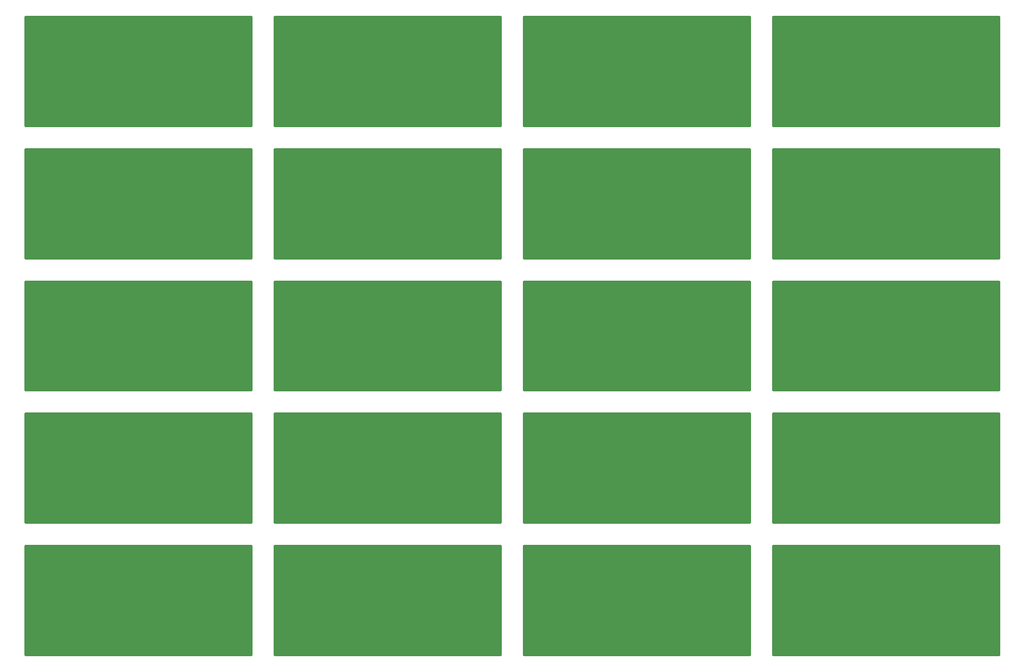
<source format=gbr>
G04 #@! TF.GenerationSoftware,KiCad,Pcbnew,(5.1.5-0-10_14)*
G04 #@! TF.CreationDate,2020-08-30T00:05:12+03:00*
G04 #@! TF.ProjectId,miniRGBii,6d696e69-5247-4426-9969-2e6b69636164,rev?*
G04 #@! TF.SameCoordinates,Original*
G04 #@! TF.FileFunction,Copper,L2,Bot*
G04 #@! TF.FilePolarity,Positive*
%FSLAX46Y46*%
G04 Gerber Fmt 4.6, Leading zero omitted, Abs format (unit mm)*
G04 Created by KiCad (PCBNEW (5.1.5-0-10_14)) date 2020-08-30 00:05:12*
%MOMM*%
%LPD*%
G04 APERTURE LIST*
%ADD10C,0.800000*%
%ADD11C,0.300000*%
G04 APERTURE END LIST*
D10*
X200100000Y-62700000D03*
X207400000Y-61000000D03*
X205100000Y-67900000D03*
X207619600Y-66700400D03*
X202600000Y-57700000D03*
X204200000Y-63900000D03*
X184400000Y-54800000D03*
X189000000Y-55800000D03*
X194500000Y-55800000D03*
X204190953Y-65790953D03*
X204200000Y-67900000D03*
X232100000Y-62700000D03*
X264100000Y-62700000D03*
X296100000Y-62700000D03*
X200100000Y-79700000D03*
X232100000Y-79700000D03*
X264100000Y-79700000D03*
X296100000Y-79700000D03*
X200100000Y-96700000D03*
X232100000Y-96700000D03*
X264100000Y-96700000D03*
X296100000Y-96700000D03*
X200100000Y-113700000D03*
X232100000Y-113700000D03*
X264100000Y-113700000D03*
X296100000Y-113700000D03*
X200100000Y-130700000D03*
X232100000Y-130700000D03*
X264100000Y-130700000D03*
X296100000Y-130700000D03*
X239400000Y-61000000D03*
X271400000Y-61000000D03*
X303400000Y-61000000D03*
X207400000Y-78000000D03*
X239400000Y-78000000D03*
X271400000Y-78000000D03*
X303400000Y-78000000D03*
X207400000Y-95000000D03*
X239400000Y-95000000D03*
X271400000Y-95000000D03*
X303400000Y-95000000D03*
X207400000Y-112000000D03*
X239400000Y-112000000D03*
X271400000Y-112000000D03*
X303400000Y-112000000D03*
X207400000Y-129000000D03*
X239400000Y-129000000D03*
X271400000Y-129000000D03*
X303400000Y-129000000D03*
X237100000Y-67900000D03*
X269100000Y-67900000D03*
X301100000Y-67900000D03*
X205100000Y-84900000D03*
X237100000Y-84900000D03*
X269100000Y-84900000D03*
X301100000Y-84900000D03*
X205100000Y-101900000D03*
X237100000Y-101900000D03*
X269100000Y-101900000D03*
X301100000Y-101900000D03*
X205100000Y-118900000D03*
X237100000Y-118900000D03*
X269100000Y-118900000D03*
X301100000Y-118900000D03*
X205100000Y-135900000D03*
X237100000Y-135900000D03*
X269100000Y-135900000D03*
X301100000Y-135900000D03*
X239619600Y-66700400D03*
X271619600Y-66700400D03*
X303619600Y-66700400D03*
X207619600Y-83700400D03*
X239619600Y-83700400D03*
X271619600Y-83700400D03*
X303619600Y-83700400D03*
X207619600Y-100700400D03*
X239619600Y-100700400D03*
X271619600Y-100700400D03*
X303619600Y-100700400D03*
X207619600Y-117700400D03*
X239619600Y-117700400D03*
X271619600Y-117700400D03*
X303619600Y-117700400D03*
X207619600Y-134700400D03*
X239619600Y-134700400D03*
X271619600Y-134700400D03*
X303619600Y-134700400D03*
X234600000Y-57700000D03*
X266600000Y-57700000D03*
X298600000Y-57700000D03*
X202600000Y-74700000D03*
X234600000Y-74700000D03*
X266600000Y-74700000D03*
X298600000Y-74700000D03*
X202600000Y-91700000D03*
X234600000Y-91700000D03*
X266600000Y-91700000D03*
X298600000Y-91700000D03*
X202600000Y-108700000D03*
X234600000Y-108700000D03*
X266600000Y-108700000D03*
X298600000Y-108700000D03*
X202600000Y-125700000D03*
X234600000Y-125700000D03*
X266600000Y-125700000D03*
X298600000Y-125700000D03*
X236200000Y-63900000D03*
X268200000Y-63900000D03*
X300200000Y-63900000D03*
X204200000Y-80900000D03*
X236200000Y-80900000D03*
X268200000Y-80900000D03*
X300200000Y-80900000D03*
X204200000Y-97900000D03*
X236200000Y-97900000D03*
X268200000Y-97900000D03*
X300200000Y-97900000D03*
X204200000Y-114900000D03*
X236200000Y-114900000D03*
X268200000Y-114900000D03*
X300200000Y-114900000D03*
X204200000Y-131900000D03*
X236200000Y-131900000D03*
X268200000Y-131900000D03*
X300200000Y-131900000D03*
X216400000Y-54800000D03*
X248400000Y-54800000D03*
X280400000Y-54800000D03*
X184400000Y-71800000D03*
X216400000Y-71800000D03*
X248400000Y-71800000D03*
X280400000Y-71800000D03*
X184400000Y-88800000D03*
X216400000Y-88800000D03*
X248400000Y-88800000D03*
X280400000Y-88800000D03*
X184400000Y-105800000D03*
X216400000Y-105800000D03*
X248400000Y-105800000D03*
X280400000Y-105800000D03*
X184400000Y-122800000D03*
X216400000Y-122800000D03*
X248400000Y-122800000D03*
X280400000Y-122800000D03*
X221000000Y-55800000D03*
X253000000Y-55800000D03*
X285000000Y-55800000D03*
X189000000Y-72800000D03*
X221000000Y-72800000D03*
X253000000Y-72800000D03*
X285000000Y-72800000D03*
X189000000Y-89800000D03*
X221000000Y-89800000D03*
X253000000Y-89800000D03*
X285000000Y-89800000D03*
X189000000Y-106800000D03*
X221000000Y-106800000D03*
X253000000Y-106800000D03*
X285000000Y-106800000D03*
X189000000Y-123800000D03*
X221000000Y-123800000D03*
X253000000Y-123800000D03*
X285000000Y-123800000D03*
X226500000Y-55800000D03*
X258500000Y-55800000D03*
X290500000Y-55800000D03*
X194500000Y-72800000D03*
X226500000Y-72800000D03*
X258500000Y-72800000D03*
X290500000Y-72800000D03*
X194500000Y-89800000D03*
X226500000Y-89800000D03*
X258500000Y-89800000D03*
X290500000Y-89800000D03*
X194500000Y-106800000D03*
X226500000Y-106800000D03*
X258500000Y-106800000D03*
X290500000Y-106800000D03*
X194500000Y-123800000D03*
X226500000Y-123800000D03*
X258500000Y-123800000D03*
X290500000Y-123800000D03*
X236190953Y-65790953D03*
X268190953Y-65790953D03*
X300190953Y-65790953D03*
X204190953Y-82790953D03*
X236190953Y-82790953D03*
X268190953Y-82790953D03*
X300190953Y-82790953D03*
X204190953Y-99790953D03*
X236190953Y-99790953D03*
X268190953Y-99790953D03*
X300190953Y-99790953D03*
X204190953Y-116790953D03*
X236190953Y-116790953D03*
X268190953Y-116790953D03*
X300190953Y-116790953D03*
X204190953Y-133790953D03*
X236190953Y-133790953D03*
X268190953Y-133790953D03*
X300190953Y-133790953D03*
X236200000Y-67900000D03*
X268200000Y-67900000D03*
X300200000Y-67900000D03*
X204200000Y-84900000D03*
X236200000Y-84900000D03*
X268200000Y-84900000D03*
X300200000Y-84900000D03*
X204200000Y-101900000D03*
X236200000Y-101900000D03*
X268200000Y-101900000D03*
X300200000Y-101900000D03*
X204200000Y-118900000D03*
X236200000Y-118900000D03*
X268200000Y-118900000D03*
X300200000Y-118900000D03*
X204200000Y-135900000D03*
X236200000Y-135900000D03*
X268200000Y-135900000D03*
X300200000Y-135900000D03*
D11*
G36*
X212475000Y-68475000D02*
G01*
X183525000Y-68475000D01*
X183525000Y-54525000D01*
X212475001Y-54525000D01*
X212475000Y-68475000D01*
G37*
X212475000Y-68475000D02*
X183525000Y-68475000D01*
X183525000Y-54525000D01*
X212475001Y-54525000D01*
X212475000Y-68475000D01*
G36*
X244475000Y-68475000D02*
G01*
X215525000Y-68475000D01*
X215525000Y-54525000D01*
X244475001Y-54525000D01*
X244475000Y-68475000D01*
G37*
X244475000Y-68475000D02*
X215525000Y-68475000D01*
X215525000Y-54525000D01*
X244475001Y-54525000D01*
X244475000Y-68475000D01*
G36*
X276475000Y-68475000D02*
G01*
X247525000Y-68475000D01*
X247525000Y-54525000D01*
X276475001Y-54525000D01*
X276475000Y-68475000D01*
G37*
X276475000Y-68475000D02*
X247525000Y-68475000D01*
X247525000Y-54525000D01*
X276475001Y-54525000D01*
X276475000Y-68475000D01*
G36*
X308475000Y-68475000D02*
G01*
X279525000Y-68475000D01*
X279525000Y-54525000D01*
X308475001Y-54525000D01*
X308475000Y-68475000D01*
G37*
X308475000Y-68475000D02*
X279525000Y-68475000D01*
X279525000Y-54525000D01*
X308475001Y-54525000D01*
X308475000Y-68475000D01*
G36*
X212475000Y-85475000D02*
G01*
X183525000Y-85475000D01*
X183525000Y-71525000D01*
X212475001Y-71525000D01*
X212475000Y-85475000D01*
G37*
X212475000Y-85475000D02*
X183525000Y-85475000D01*
X183525000Y-71525000D01*
X212475001Y-71525000D01*
X212475000Y-85475000D01*
G36*
X244475000Y-85475000D02*
G01*
X215525000Y-85475000D01*
X215525000Y-71525000D01*
X244475001Y-71525000D01*
X244475000Y-85475000D01*
G37*
X244475000Y-85475000D02*
X215525000Y-85475000D01*
X215525000Y-71525000D01*
X244475001Y-71525000D01*
X244475000Y-85475000D01*
G36*
X276475000Y-85475000D02*
G01*
X247525000Y-85475000D01*
X247525000Y-71525000D01*
X276475001Y-71525000D01*
X276475000Y-85475000D01*
G37*
X276475000Y-85475000D02*
X247525000Y-85475000D01*
X247525000Y-71525000D01*
X276475001Y-71525000D01*
X276475000Y-85475000D01*
G36*
X308475000Y-85475000D02*
G01*
X279525000Y-85475000D01*
X279525000Y-71525000D01*
X308475001Y-71525000D01*
X308475000Y-85475000D01*
G37*
X308475000Y-85475000D02*
X279525000Y-85475000D01*
X279525000Y-71525000D01*
X308475001Y-71525000D01*
X308475000Y-85475000D01*
G36*
X212475000Y-102475000D02*
G01*
X183525000Y-102475000D01*
X183525000Y-88525000D01*
X212475001Y-88525000D01*
X212475000Y-102475000D01*
G37*
X212475000Y-102475000D02*
X183525000Y-102475000D01*
X183525000Y-88525000D01*
X212475001Y-88525000D01*
X212475000Y-102475000D01*
G36*
X244475000Y-102475000D02*
G01*
X215525000Y-102475000D01*
X215525000Y-88525000D01*
X244475001Y-88525000D01*
X244475000Y-102475000D01*
G37*
X244475000Y-102475000D02*
X215525000Y-102475000D01*
X215525000Y-88525000D01*
X244475001Y-88525000D01*
X244475000Y-102475000D01*
G36*
X276475000Y-102475000D02*
G01*
X247525000Y-102475000D01*
X247525000Y-88525000D01*
X276475001Y-88525000D01*
X276475000Y-102475000D01*
G37*
X276475000Y-102475000D02*
X247525000Y-102475000D01*
X247525000Y-88525000D01*
X276475001Y-88525000D01*
X276475000Y-102475000D01*
G36*
X308475000Y-102475000D02*
G01*
X279525000Y-102475000D01*
X279525000Y-88525000D01*
X308475001Y-88525000D01*
X308475000Y-102475000D01*
G37*
X308475000Y-102475000D02*
X279525000Y-102475000D01*
X279525000Y-88525000D01*
X308475001Y-88525000D01*
X308475000Y-102475000D01*
G36*
X212475000Y-119475000D02*
G01*
X183525000Y-119475000D01*
X183525000Y-105525000D01*
X212475001Y-105525000D01*
X212475000Y-119475000D01*
G37*
X212475000Y-119475000D02*
X183525000Y-119475000D01*
X183525000Y-105525000D01*
X212475001Y-105525000D01*
X212475000Y-119475000D01*
G36*
X244475000Y-119475000D02*
G01*
X215525000Y-119475000D01*
X215525000Y-105525000D01*
X244475001Y-105525000D01*
X244475000Y-119475000D01*
G37*
X244475000Y-119475000D02*
X215525000Y-119475000D01*
X215525000Y-105525000D01*
X244475001Y-105525000D01*
X244475000Y-119475000D01*
G36*
X276475000Y-119475000D02*
G01*
X247525000Y-119475000D01*
X247525000Y-105525000D01*
X276475001Y-105525000D01*
X276475000Y-119475000D01*
G37*
X276475000Y-119475000D02*
X247525000Y-119475000D01*
X247525000Y-105525000D01*
X276475001Y-105525000D01*
X276475000Y-119475000D01*
G36*
X308475000Y-119475000D02*
G01*
X279525000Y-119475000D01*
X279525000Y-105525000D01*
X308475001Y-105525000D01*
X308475000Y-119475000D01*
G37*
X308475000Y-119475000D02*
X279525000Y-119475000D01*
X279525000Y-105525000D01*
X308475001Y-105525000D01*
X308475000Y-119475000D01*
G36*
X212475000Y-136475000D02*
G01*
X183525000Y-136475000D01*
X183525000Y-122525000D01*
X212475001Y-122525000D01*
X212475000Y-136475000D01*
G37*
X212475000Y-136475000D02*
X183525000Y-136475000D01*
X183525000Y-122525000D01*
X212475001Y-122525000D01*
X212475000Y-136475000D01*
G36*
X244475000Y-136475000D02*
G01*
X215525000Y-136475000D01*
X215525000Y-122525000D01*
X244475001Y-122525000D01*
X244475000Y-136475000D01*
G37*
X244475000Y-136475000D02*
X215525000Y-136475000D01*
X215525000Y-122525000D01*
X244475001Y-122525000D01*
X244475000Y-136475000D01*
G36*
X276475000Y-136475000D02*
G01*
X247525000Y-136475000D01*
X247525000Y-122525000D01*
X276475001Y-122525000D01*
X276475000Y-136475000D01*
G37*
X276475000Y-136475000D02*
X247525000Y-136475000D01*
X247525000Y-122525000D01*
X276475001Y-122525000D01*
X276475000Y-136475000D01*
G36*
X308475000Y-136475000D02*
G01*
X279525000Y-136475000D01*
X279525000Y-122525000D01*
X308475001Y-122525000D01*
X308475000Y-136475000D01*
G37*
X308475000Y-136475000D02*
X279525000Y-136475000D01*
X279525000Y-122525000D01*
X308475001Y-122525000D01*
X308475000Y-136475000D01*
M02*

</source>
